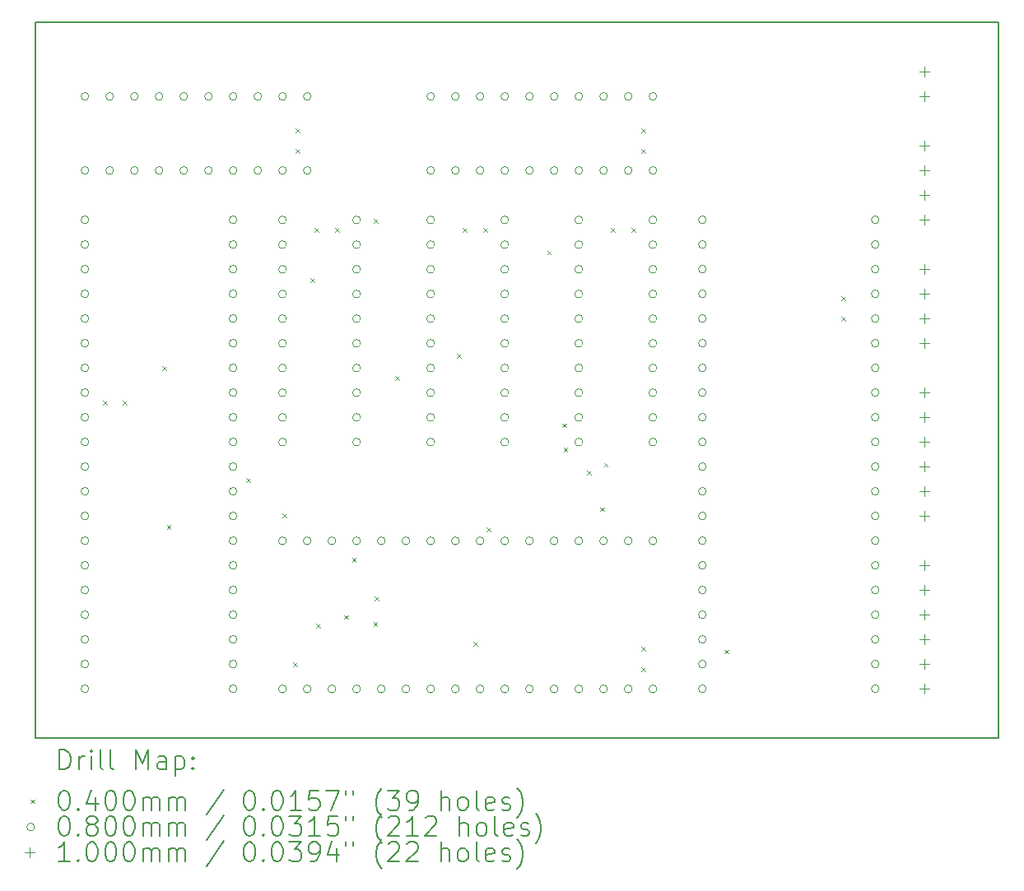
<source format=gbr>
%FSLAX45Y45*%
G04 Gerber Fmt 4.5, Leading zero omitted, Abs format (unit mm)*
G04 Created by KiCad (PCBNEW 6.0.5-a6ca702e91~116~ubuntu20.04.1) date 2022-05-31 08:00:06*
%MOMM*%
%LPD*%
G01*
G04 APERTURE LIST*
%TA.AperFunction,Profile*%
%ADD10C,0.200000*%
%TD*%
%ADD11C,0.200000*%
%ADD12C,0.040000*%
%ADD13C,0.080000*%
%ADD14C,0.100000*%
G04 APERTURE END LIST*
D10*
X11938000Y-8636000D02*
X21844000Y-8636000D01*
X21844000Y-8636000D02*
X21844000Y-16002000D01*
X21844000Y-16002000D02*
X11938000Y-16002000D01*
X11938000Y-16002000D02*
X11938000Y-8636000D01*
D11*
D12*
X12628700Y-12527600D02*
X12668700Y-12567600D01*
X12668700Y-12527600D02*
X12628700Y-12567600D01*
X12831900Y-12527600D02*
X12871900Y-12567600D01*
X12871900Y-12527600D02*
X12831900Y-12567600D01*
X13241650Y-12172000D02*
X13281650Y-12212000D01*
X13281650Y-12172000D02*
X13241650Y-12212000D01*
X13287090Y-13808270D02*
X13327090Y-13848270D01*
X13327090Y-13808270D02*
X13287090Y-13848270D01*
X14104940Y-13324220D02*
X14144940Y-13364220D01*
X14144940Y-13324220D02*
X14104940Y-13364220D01*
X14479160Y-13689960D02*
X14519160Y-13729960D01*
X14519160Y-13689960D02*
X14479160Y-13729960D01*
X14585700Y-15220000D02*
X14625700Y-15260000D01*
X14625700Y-15220000D02*
X14585700Y-15260000D01*
X14610400Y-9729300D02*
X14650400Y-9769300D01*
X14650400Y-9729300D02*
X14610400Y-9769300D01*
X14610400Y-9936800D02*
X14650400Y-9976800D01*
X14650400Y-9936800D02*
X14610400Y-9976800D01*
X14765650Y-11269030D02*
X14805650Y-11309030D01*
X14805650Y-11269030D02*
X14765650Y-11309030D01*
X14809300Y-10750100D02*
X14849300Y-10790100D01*
X14849300Y-10750100D02*
X14809300Y-10790100D01*
X14827380Y-14823480D02*
X14867380Y-14863480D01*
X14867380Y-14823480D02*
X14827380Y-14863480D01*
X15016800Y-10750100D02*
X15056800Y-10790100D01*
X15056800Y-10750100D02*
X15016800Y-10790100D01*
X15111090Y-14735480D02*
X15151090Y-14775480D01*
X15151090Y-14735480D02*
X15111090Y-14775480D01*
X15192910Y-14147730D02*
X15232910Y-14187730D01*
X15232910Y-14147730D02*
X15192910Y-14187730D01*
X15413200Y-14808010D02*
X15453200Y-14848010D01*
X15453200Y-14808010D02*
X15413200Y-14848010D01*
X15414180Y-10660640D02*
X15454180Y-10700640D01*
X15454180Y-10660640D02*
X15414180Y-10700640D01*
X15427270Y-14544070D02*
X15467270Y-14584070D01*
X15467270Y-14544070D02*
X15427270Y-14584070D01*
X15638360Y-12275840D02*
X15678360Y-12315840D01*
X15678360Y-12275840D02*
X15638360Y-12315840D01*
X16273340Y-12045500D02*
X16313340Y-12085500D01*
X16313340Y-12045500D02*
X16273340Y-12085500D01*
X16333300Y-10750100D02*
X16373300Y-10790100D01*
X16373300Y-10750100D02*
X16333300Y-10790100D01*
X16444250Y-15009960D02*
X16484250Y-15049960D01*
X16484250Y-15009960D02*
X16444250Y-15049960D01*
X16540800Y-10750100D02*
X16580800Y-10790100D01*
X16580800Y-10750100D02*
X16540800Y-10790100D01*
X16579850Y-13835070D02*
X16619850Y-13875070D01*
X16619850Y-13835070D02*
X16579850Y-13875070D01*
X17198470Y-10984920D02*
X17238470Y-11024920D01*
X17238470Y-10984920D02*
X17198470Y-11024920D01*
X17355910Y-12763640D02*
X17395910Y-12803640D01*
X17395910Y-12763640D02*
X17355910Y-12803640D01*
X17367720Y-13010860D02*
X17407720Y-13050860D01*
X17407720Y-13010860D02*
X17367720Y-13050860D01*
X17609360Y-13252490D02*
X17649360Y-13292490D01*
X17649360Y-13252490D02*
X17609360Y-13292490D01*
X17742980Y-13627450D02*
X17782980Y-13667450D01*
X17782980Y-13627450D02*
X17742980Y-13667450D01*
X17783260Y-13170150D02*
X17823260Y-13210150D01*
X17823260Y-13170150D02*
X17783260Y-13210150D01*
X17857300Y-10750100D02*
X17897300Y-10790100D01*
X17897300Y-10750100D02*
X17857300Y-10790100D01*
X18064800Y-10750100D02*
X18104800Y-10790100D01*
X18104800Y-10750100D02*
X18064800Y-10790100D01*
X18166397Y-9729300D02*
X18206397Y-9769300D01*
X18206397Y-9729300D02*
X18166397Y-9769300D01*
X18166397Y-9936800D02*
X18206397Y-9976800D01*
X18206397Y-9936800D02*
X18166397Y-9976800D01*
X18166400Y-15063300D02*
X18206400Y-15103300D01*
X18206400Y-15063300D02*
X18166400Y-15103300D01*
X18166400Y-15270800D02*
X18206400Y-15310800D01*
X18206400Y-15270800D02*
X18166400Y-15310800D01*
X19024160Y-15090780D02*
X19064160Y-15130780D01*
X19064160Y-15090780D02*
X19024160Y-15130780D01*
X20223800Y-11456500D02*
X20263800Y-11496500D01*
X20263800Y-11456500D02*
X20223800Y-11496500D01*
X20223800Y-11664000D02*
X20263800Y-11704000D01*
X20263800Y-11664000D02*
X20223800Y-11704000D01*
D13*
X12485500Y-10668000D02*
G75*
G03*
X12485500Y-10668000I-40000J0D01*
G01*
X12485500Y-10922000D02*
G75*
G03*
X12485500Y-10922000I-40000J0D01*
G01*
X12485500Y-11176000D02*
G75*
G03*
X12485500Y-11176000I-40000J0D01*
G01*
X12485500Y-11430000D02*
G75*
G03*
X12485500Y-11430000I-40000J0D01*
G01*
X12485500Y-11684000D02*
G75*
G03*
X12485500Y-11684000I-40000J0D01*
G01*
X12485500Y-11938000D02*
G75*
G03*
X12485500Y-11938000I-40000J0D01*
G01*
X12485500Y-12192000D02*
G75*
G03*
X12485500Y-12192000I-40000J0D01*
G01*
X12485500Y-12446000D02*
G75*
G03*
X12485500Y-12446000I-40000J0D01*
G01*
X12485500Y-12700000D02*
G75*
G03*
X12485500Y-12700000I-40000J0D01*
G01*
X12485500Y-12954000D02*
G75*
G03*
X12485500Y-12954000I-40000J0D01*
G01*
X12485500Y-13208000D02*
G75*
G03*
X12485500Y-13208000I-40000J0D01*
G01*
X12485500Y-13462000D02*
G75*
G03*
X12485500Y-13462000I-40000J0D01*
G01*
X12485500Y-13716000D02*
G75*
G03*
X12485500Y-13716000I-40000J0D01*
G01*
X12485500Y-13970000D02*
G75*
G03*
X12485500Y-13970000I-40000J0D01*
G01*
X12485500Y-14224000D02*
G75*
G03*
X12485500Y-14224000I-40000J0D01*
G01*
X12485500Y-14478000D02*
G75*
G03*
X12485500Y-14478000I-40000J0D01*
G01*
X12485500Y-14732000D02*
G75*
G03*
X12485500Y-14732000I-40000J0D01*
G01*
X12485500Y-14986000D02*
G75*
G03*
X12485500Y-14986000I-40000J0D01*
G01*
X12485500Y-15240000D02*
G75*
G03*
X12485500Y-15240000I-40000J0D01*
G01*
X12485500Y-15494000D02*
G75*
G03*
X12485500Y-15494000I-40000J0D01*
G01*
X12486000Y-9398000D02*
G75*
G03*
X12486000Y-9398000I-40000J0D01*
G01*
X12486000Y-10160000D02*
G75*
G03*
X12486000Y-10160000I-40000J0D01*
G01*
X12740000Y-9398000D02*
G75*
G03*
X12740000Y-9398000I-40000J0D01*
G01*
X12740000Y-10160000D02*
G75*
G03*
X12740000Y-10160000I-40000J0D01*
G01*
X12994000Y-9398000D02*
G75*
G03*
X12994000Y-9398000I-40000J0D01*
G01*
X12994000Y-10160000D02*
G75*
G03*
X12994000Y-10160000I-40000J0D01*
G01*
X13248000Y-9398000D02*
G75*
G03*
X13248000Y-9398000I-40000J0D01*
G01*
X13248000Y-10160000D02*
G75*
G03*
X13248000Y-10160000I-40000J0D01*
G01*
X13502000Y-9398000D02*
G75*
G03*
X13502000Y-9398000I-40000J0D01*
G01*
X13502000Y-10160000D02*
G75*
G03*
X13502000Y-10160000I-40000J0D01*
G01*
X13756000Y-9398000D02*
G75*
G03*
X13756000Y-9398000I-40000J0D01*
G01*
X13756000Y-10160000D02*
G75*
G03*
X13756000Y-10160000I-40000J0D01*
G01*
X14009500Y-10668000D02*
G75*
G03*
X14009500Y-10668000I-40000J0D01*
G01*
X14009500Y-10922000D02*
G75*
G03*
X14009500Y-10922000I-40000J0D01*
G01*
X14009500Y-11176000D02*
G75*
G03*
X14009500Y-11176000I-40000J0D01*
G01*
X14009500Y-11430000D02*
G75*
G03*
X14009500Y-11430000I-40000J0D01*
G01*
X14009500Y-11684000D02*
G75*
G03*
X14009500Y-11684000I-40000J0D01*
G01*
X14009500Y-11938000D02*
G75*
G03*
X14009500Y-11938000I-40000J0D01*
G01*
X14009500Y-12192000D02*
G75*
G03*
X14009500Y-12192000I-40000J0D01*
G01*
X14009500Y-12446000D02*
G75*
G03*
X14009500Y-12446000I-40000J0D01*
G01*
X14009500Y-12700000D02*
G75*
G03*
X14009500Y-12700000I-40000J0D01*
G01*
X14009500Y-12954000D02*
G75*
G03*
X14009500Y-12954000I-40000J0D01*
G01*
X14009500Y-13208000D02*
G75*
G03*
X14009500Y-13208000I-40000J0D01*
G01*
X14009500Y-13462000D02*
G75*
G03*
X14009500Y-13462000I-40000J0D01*
G01*
X14009500Y-13716000D02*
G75*
G03*
X14009500Y-13716000I-40000J0D01*
G01*
X14009500Y-13970000D02*
G75*
G03*
X14009500Y-13970000I-40000J0D01*
G01*
X14009500Y-14224000D02*
G75*
G03*
X14009500Y-14224000I-40000J0D01*
G01*
X14009500Y-14478000D02*
G75*
G03*
X14009500Y-14478000I-40000J0D01*
G01*
X14009500Y-14732000D02*
G75*
G03*
X14009500Y-14732000I-40000J0D01*
G01*
X14009500Y-14986000D02*
G75*
G03*
X14009500Y-14986000I-40000J0D01*
G01*
X14009500Y-15240000D02*
G75*
G03*
X14009500Y-15240000I-40000J0D01*
G01*
X14009500Y-15494000D02*
G75*
G03*
X14009500Y-15494000I-40000J0D01*
G01*
X14010000Y-9398000D02*
G75*
G03*
X14010000Y-9398000I-40000J0D01*
G01*
X14010000Y-10160000D02*
G75*
G03*
X14010000Y-10160000I-40000J0D01*
G01*
X14264000Y-9398000D02*
G75*
G03*
X14264000Y-9398000I-40000J0D01*
G01*
X14264000Y-10160000D02*
G75*
G03*
X14264000Y-10160000I-40000J0D01*
G01*
X14518000Y-9398000D02*
G75*
G03*
X14518000Y-9398000I-40000J0D01*
G01*
X14518000Y-10160000D02*
G75*
G03*
X14518000Y-10160000I-40000J0D01*
G01*
X14518000Y-10668500D02*
G75*
G03*
X14518000Y-10668500I-40000J0D01*
G01*
X14518000Y-10922500D02*
G75*
G03*
X14518000Y-10922500I-40000J0D01*
G01*
X14518000Y-11176500D02*
G75*
G03*
X14518000Y-11176500I-40000J0D01*
G01*
X14518000Y-11430500D02*
G75*
G03*
X14518000Y-11430500I-40000J0D01*
G01*
X14518000Y-11684500D02*
G75*
G03*
X14518000Y-11684500I-40000J0D01*
G01*
X14518000Y-11938500D02*
G75*
G03*
X14518000Y-11938500I-40000J0D01*
G01*
X14518000Y-12192500D02*
G75*
G03*
X14518000Y-12192500I-40000J0D01*
G01*
X14518000Y-12446500D02*
G75*
G03*
X14518000Y-12446500I-40000J0D01*
G01*
X14518000Y-12700500D02*
G75*
G03*
X14518000Y-12700500I-40000J0D01*
G01*
X14518000Y-12954500D02*
G75*
G03*
X14518000Y-12954500I-40000J0D01*
G01*
X14518000Y-13972000D02*
G75*
G03*
X14518000Y-13972000I-40000J0D01*
G01*
X14518000Y-15496000D02*
G75*
G03*
X14518000Y-15496000I-40000J0D01*
G01*
X14772000Y-9398000D02*
G75*
G03*
X14772000Y-9398000I-40000J0D01*
G01*
X14772000Y-10160000D02*
G75*
G03*
X14772000Y-10160000I-40000J0D01*
G01*
X14772000Y-13972000D02*
G75*
G03*
X14772000Y-13972000I-40000J0D01*
G01*
X14772000Y-15496000D02*
G75*
G03*
X14772000Y-15496000I-40000J0D01*
G01*
X15026000Y-13972000D02*
G75*
G03*
X15026000Y-13972000I-40000J0D01*
G01*
X15026000Y-15496000D02*
G75*
G03*
X15026000Y-15496000I-40000J0D01*
G01*
X15280000Y-10668500D02*
G75*
G03*
X15280000Y-10668500I-40000J0D01*
G01*
X15280000Y-10922500D02*
G75*
G03*
X15280000Y-10922500I-40000J0D01*
G01*
X15280000Y-11176500D02*
G75*
G03*
X15280000Y-11176500I-40000J0D01*
G01*
X15280000Y-11430500D02*
G75*
G03*
X15280000Y-11430500I-40000J0D01*
G01*
X15280000Y-11684500D02*
G75*
G03*
X15280000Y-11684500I-40000J0D01*
G01*
X15280000Y-11938500D02*
G75*
G03*
X15280000Y-11938500I-40000J0D01*
G01*
X15280000Y-12192500D02*
G75*
G03*
X15280000Y-12192500I-40000J0D01*
G01*
X15280000Y-12446500D02*
G75*
G03*
X15280000Y-12446500I-40000J0D01*
G01*
X15280000Y-12700500D02*
G75*
G03*
X15280000Y-12700500I-40000J0D01*
G01*
X15280000Y-12954500D02*
G75*
G03*
X15280000Y-12954500I-40000J0D01*
G01*
X15280000Y-13972000D02*
G75*
G03*
X15280000Y-13972000I-40000J0D01*
G01*
X15280000Y-15496000D02*
G75*
G03*
X15280000Y-15496000I-40000J0D01*
G01*
X15534000Y-13972000D02*
G75*
G03*
X15534000Y-13972000I-40000J0D01*
G01*
X15534000Y-15496000D02*
G75*
G03*
X15534000Y-15496000I-40000J0D01*
G01*
X15788000Y-13972000D02*
G75*
G03*
X15788000Y-13972000I-40000J0D01*
G01*
X15788000Y-15496000D02*
G75*
G03*
X15788000Y-15496000I-40000J0D01*
G01*
X16042000Y-9398000D02*
G75*
G03*
X16042000Y-9398000I-40000J0D01*
G01*
X16042000Y-10160000D02*
G75*
G03*
X16042000Y-10160000I-40000J0D01*
G01*
X16042000Y-10668500D02*
G75*
G03*
X16042000Y-10668500I-40000J0D01*
G01*
X16042000Y-10922500D02*
G75*
G03*
X16042000Y-10922500I-40000J0D01*
G01*
X16042000Y-11176500D02*
G75*
G03*
X16042000Y-11176500I-40000J0D01*
G01*
X16042000Y-11430500D02*
G75*
G03*
X16042000Y-11430500I-40000J0D01*
G01*
X16042000Y-11684500D02*
G75*
G03*
X16042000Y-11684500I-40000J0D01*
G01*
X16042000Y-11938500D02*
G75*
G03*
X16042000Y-11938500I-40000J0D01*
G01*
X16042000Y-12192500D02*
G75*
G03*
X16042000Y-12192500I-40000J0D01*
G01*
X16042000Y-12446500D02*
G75*
G03*
X16042000Y-12446500I-40000J0D01*
G01*
X16042000Y-12700500D02*
G75*
G03*
X16042000Y-12700500I-40000J0D01*
G01*
X16042000Y-12954500D02*
G75*
G03*
X16042000Y-12954500I-40000J0D01*
G01*
X16042000Y-13972000D02*
G75*
G03*
X16042000Y-13972000I-40000J0D01*
G01*
X16042000Y-15496000D02*
G75*
G03*
X16042000Y-15496000I-40000J0D01*
G01*
X16296000Y-9398000D02*
G75*
G03*
X16296000Y-9398000I-40000J0D01*
G01*
X16296000Y-10160000D02*
G75*
G03*
X16296000Y-10160000I-40000J0D01*
G01*
X16296000Y-13972000D02*
G75*
G03*
X16296000Y-13972000I-40000J0D01*
G01*
X16296000Y-15496000D02*
G75*
G03*
X16296000Y-15496000I-40000J0D01*
G01*
X16550000Y-9398000D02*
G75*
G03*
X16550000Y-9398000I-40000J0D01*
G01*
X16550000Y-10160000D02*
G75*
G03*
X16550000Y-10160000I-40000J0D01*
G01*
X16550000Y-13972000D02*
G75*
G03*
X16550000Y-13972000I-40000J0D01*
G01*
X16550000Y-15496000D02*
G75*
G03*
X16550000Y-15496000I-40000J0D01*
G01*
X16804000Y-9398000D02*
G75*
G03*
X16804000Y-9398000I-40000J0D01*
G01*
X16804000Y-10160000D02*
G75*
G03*
X16804000Y-10160000I-40000J0D01*
G01*
X16804000Y-10668500D02*
G75*
G03*
X16804000Y-10668500I-40000J0D01*
G01*
X16804000Y-10922500D02*
G75*
G03*
X16804000Y-10922500I-40000J0D01*
G01*
X16804000Y-11176500D02*
G75*
G03*
X16804000Y-11176500I-40000J0D01*
G01*
X16804000Y-11430500D02*
G75*
G03*
X16804000Y-11430500I-40000J0D01*
G01*
X16804000Y-11684500D02*
G75*
G03*
X16804000Y-11684500I-40000J0D01*
G01*
X16804000Y-11938500D02*
G75*
G03*
X16804000Y-11938500I-40000J0D01*
G01*
X16804000Y-12192500D02*
G75*
G03*
X16804000Y-12192500I-40000J0D01*
G01*
X16804000Y-12446500D02*
G75*
G03*
X16804000Y-12446500I-40000J0D01*
G01*
X16804000Y-12700500D02*
G75*
G03*
X16804000Y-12700500I-40000J0D01*
G01*
X16804000Y-12954500D02*
G75*
G03*
X16804000Y-12954500I-40000J0D01*
G01*
X16804000Y-13972000D02*
G75*
G03*
X16804000Y-13972000I-40000J0D01*
G01*
X16804000Y-15496000D02*
G75*
G03*
X16804000Y-15496000I-40000J0D01*
G01*
X17058000Y-9398000D02*
G75*
G03*
X17058000Y-9398000I-40000J0D01*
G01*
X17058000Y-10160000D02*
G75*
G03*
X17058000Y-10160000I-40000J0D01*
G01*
X17058000Y-13972000D02*
G75*
G03*
X17058000Y-13972000I-40000J0D01*
G01*
X17058000Y-15496000D02*
G75*
G03*
X17058000Y-15496000I-40000J0D01*
G01*
X17312000Y-9398000D02*
G75*
G03*
X17312000Y-9398000I-40000J0D01*
G01*
X17312000Y-10160000D02*
G75*
G03*
X17312000Y-10160000I-40000J0D01*
G01*
X17312000Y-13972000D02*
G75*
G03*
X17312000Y-13972000I-40000J0D01*
G01*
X17312000Y-15496000D02*
G75*
G03*
X17312000Y-15496000I-40000J0D01*
G01*
X17566000Y-9398000D02*
G75*
G03*
X17566000Y-9398000I-40000J0D01*
G01*
X17566000Y-10160000D02*
G75*
G03*
X17566000Y-10160000I-40000J0D01*
G01*
X17566000Y-10668500D02*
G75*
G03*
X17566000Y-10668500I-40000J0D01*
G01*
X17566000Y-10922500D02*
G75*
G03*
X17566000Y-10922500I-40000J0D01*
G01*
X17566000Y-11176500D02*
G75*
G03*
X17566000Y-11176500I-40000J0D01*
G01*
X17566000Y-11430500D02*
G75*
G03*
X17566000Y-11430500I-40000J0D01*
G01*
X17566000Y-11684500D02*
G75*
G03*
X17566000Y-11684500I-40000J0D01*
G01*
X17566000Y-11938500D02*
G75*
G03*
X17566000Y-11938500I-40000J0D01*
G01*
X17566000Y-12192500D02*
G75*
G03*
X17566000Y-12192500I-40000J0D01*
G01*
X17566000Y-12446500D02*
G75*
G03*
X17566000Y-12446500I-40000J0D01*
G01*
X17566000Y-12700500D02*
G75*
G03*
X17566000Y-12700500I-40000J0D01*
G01*
X17566000Y-12954500D02*
G75*
G03*
X17566000Y-12954500I-40000J0D01*
G01*
X17566000Y-13972000D02*
G75*
G03*
X17566000Y-13972000I-40000J0D01*
G01*
X17566000Y-15496000D02*
G75*
G03*
X17566000Y-15496000I-40000J0D01*
G01*
X17820000Y-9398000D02*
G75*
G03*
X17820000Y-9398000I-40000J0D01*
G01*
X17820000Y-10160000D02*
G75*
G03*
X17820000Y-10160000I-40000J0D01*
G01*
X17820000Y-13972000D02*
G75*
G03*
X17820000Y-13972000I-40000J0D01*
G01*
X17820000Y-15496000D02*
G75*
G03*
X17820000Y-15496000I-40000J0D01*
G01*
X18074000Y-9398000D02*
G75*
G03*
X18074000Y-9398000I-40000J0D01*
G01*
X18074000Y-10160000D02*
G75*
G03*
X18074000Y-10160000I-40000J0D01*
G01*
X18074000Y-13972000D02*
G75*
G03*
X18074000Y-13972000I-40000J0D01*
G01*
X18074000Y-15496000D02*
G75*
G03*
X18074000Y-15496000I-40000J0D01*
G01*
X18328000Y-9398000D02*
G75*
G03*
X18328000Y-9398000I-40000J0D01*
G01*
X18328000Y-10160000D02*
G75*
G03*
X18328000Y-10160000I-40000J0D01*
G01*
X18328000Y-10668500D02*
G75*
G03*
X18328000Y-10668500I-40000J0D01*
G01*
X18328000Y-10922500D02*
G75*
G03*
X18328000Y-10922500I-40000J0D01*
G01*
X18328000Y-11176500D02*
G75*
G03*
X18328000Y-11176500I-40000J0D01*
G01*
X18328000Y-11430500D02*
G75*
G03*
X18328000Y-11430500I-40000J0D01*
G01*
X18328000Y-11684500D02*
G75*
G03*
X18328000Y-11684500I-40000J0D01*
G01*
X18328000Y-11938500D02*
G75*
G03*
X18328000Y-11938500I-40000J0D01*
G01*
X18328000Y-12192500D02*
G75*
G03*
X18328000Y-12192500I-40000J0D01*
G01*
X18328000Y-12446500D02*
G75*
G03*
X18328000Y-12446500I-40000J0D01*
G01*
X18328000Y-12700500D02*
G75*
G03*
X18328000Y-12700500I-40000J0D01*
G01*
X18328000Y-12954500D02*
G75*
G03*
X18328000Y-12954500I-40000J0D01*
G01*
X18328000Y-13972000D02*
G75*
G03*
X18328000Y-13972000I-40000J0D01*
G01*
X18328000Y-15496000D02*
G75*
G03*
X18328000Y-15496000I-40000J0D01*
G01*
X18836000Y-10668000D02*
G75*
G03*
X18836000Y-10668000I-40000J0D01*
G01*
X18836000Y-10922000D02*
G75*
G03*
X18836000Y-10922000I-40000J0D01*
G01*
X18836000Y-11176000D02*
G75*
G03*
X18836000Y-11176000I-40000J0D01*
G01*
X18836000Y-11430000D02*
G75*
G03*
X18836000Y-11430000I-40000J0D01*
G01*
X18836000Y-11684000D02*
G75*
G03*
X18836000Y-11684000I-40000J0D01*
G01*
X18836000Y-11938000D02*
G75*
G03*
X18836000Y-11938000I-40000J0D01*
G01*
X18836000Y-12192000D02*
G75*
G03*
X18836000Y-12192000I-40000J0D01*
G01*
X18836000Y-12446000D02*
G75*
G03*
X18836000Y-12446000I-40000J0D01*
G01*
X18836000Y-12700000D02*
G75*
G03*
X18836000Y-12700000I-40000J0D01*
G01*
X18836000Y-12954000D02*
G75*
G03*
X18836000Y-12954000I-40000J0D01*
G01*
X18836000Y-13208000D02*
G75*
G03*
X18836000Y-13208000I-40000J0D01*
G01*
X18836000Y-13462000D02*
G75*
G03*
X18836000Y-13462000I-40000J0D01*
G01*
X18836000Y-13716000D02*
G75*
G03*
X18836000Y-13716000I-40000J0D01*
G01*
X18836000Y-13970000D02*
G75*
G03*
X18836000Y-13970000I-40000J0D01*
G01*
X18836000Y-14224000D02*
G75*
G03*
X18836000Y-14224000I-40000J0D01*
G01*
X18836000Y-14478000D02*
G75*
G03*
X18836000Y-14478000I-40000J0D01*
G01*
X18836000Y-14732000D02*
G75*
G03*
X18836000Y-14732000I-40000J0D01*
G01*
X18836000Y-14986000D02*
G75*
G03*
X18836000Y-14986000I-40000J0D01*
G01*
X18836000Y-15240000D02*
G75*
G03*
X18836000Y-15240000I-40000J0D01*
G01*
X18836000Y-15494000D02*
G75*
G03*
X18836000Y-15494000I-40000J0D01*
G01*
X20614000Y-10668000D02*
G75*
G03*
X20614000Y-10668000I-40000J0D01*
G01*
X20614000Y-10922000D02*
G75*
G03*
X20614000Y-10922000I-40000J0D01*
G01*
X20614000Y-11176000D02*
G75*
G03*
X20614000Y-11176000I-40000J0D01*
G01*
X20614000Y-11430000D02*
G75*
G03*
X20614000Y-11430000I-40000J0D01*
G01*
X20614000Y-11684000D02*
G75*
G03*
X20614000Y-11684000I-40000J0D01*
G01*
X20614000Y-11938000D02*
G75*
G03*
X20614000Y-11938000I-40000J0D01*
G01*
X20614000Y-12192000D02*
G75*
G03*
X20614000Y-12192000I-40000J0D01*
G01*
X20614000Y-12446000D02*
G75*
G03*
X20614000Y-12446000I-40000J0D01*
G01*
X20614000Y-12700000D02*
G75*
G03*
X20614000Y-12700000I-40000J0D01*
G01*
X20614000Y-12954000D02*
G75*
G03*
X20614000Y-12954000I-40000J0D01*
G01*
X20614000Y-13208000D02*
G75*
G03*
X20614000Y-13208000I-40000J0D01*
G01*
X20614000Y-13462000D02*
G75*
G03*
X20614000Y-13462000I-40000J0D01*
G01*
X20614000Y-13716000D02*
G75*
G03*
X20614000Y-13716000I-40000J0D01*
G01*
X20614000Y-13970000D02*
G75*
G03*
X20614000Y-13970000I-40000J0D01*
G01*
X20614000Y-14224000D02*
G75*
G03*
X20614000Y-14224000I-40000J0D01*
G01*
X20614000Y-14478000D02*
G75*
G03*
X20614000Y-14478000I-40000J0D01*
G01*
X20614000Y-14732000D02*
G75*
G03*
X20614000Y-14732000I-40000J0D01*
G01*
X20614000Y-14986000D02*
G75*
G03*
X20614000Y-14986000I-40000J0D01*
G01*
X20614000Y-15240000D02*
G75*
G03*
X20614000Y-15240000I-40000J0D01*
G01*
X20614000Y-15494000D02*
G75*
G03*
X20614000Y-15494000I-40000J0D01*
G01*
D14*
X21082000Y-9094000D02*
X21082000Y-9194000D01*
X21032000Y-9144000D02*
X21132000Y-9144000D01*
X21082000Y-9348000D02*
X21082000Y-9448000D01*
X21032000Y-9398000D02*
X21132000Y-9398000D01*
X21082000Y-9856000D02*
X21082000Y-9956000D01*
X21032000Y-9906000D02*
X21132000Y-9906000D01*
X21082000Y-10110000D02*
X21082000Y-10210000D01*
X21032000Y-10160000D02*
X21132000Y-10160000D01*
X21082000Y-10364000D02*
X21082000Y-10464000D01*
X21032000Y-10414000D02*
X21132000Y-10414000D01*
X21082000Y-10618000D02*
X21082000Y-10718000D01*
X21032000Y-10668000D02*
X21132000Y-10668000D01*
X21082000Y-11126000D02*
X21082000Y-11226000D01*
X21032000Y-11176000D02*
X21132000Y-11176000D01*
X21082000Y-11380000D02*
X21082000Y-11480000D01*
X21032000Y-11430000D02*
X21132000Y-11430000D01*
X21082000Y-11634000D02*
X21082000Y-11734000D01*
X21032000Y-11684000D02*
X21132000Y-11684000D01*
X21082000Y-11888000D02*
X21082000Y-11988000D01*
X21032000Y-11938000D02*
X21132000Y-11938000D01*
X21082000Y-12396000D02*
X21082000Y-12496000D01*
X21032000Y-12446000D02*
X21132000Y-12446000D01*
X21082000Y-12650000D02*
X21082000Y-12750000D01*
X21032000Y-12700000D02*
X21132000Y-12700000D01*
X21082000Y-12904000D02*
X21082000Y-13004000D01*
X21032000Y-12954000D02*
X21132000Y-12954000D01*
X21082000Y-13158000D02*
X21082000Y-13258000D01*
X21032000Y-13208000D02*
X21132000Y-13208000D01*
X21082000Y-13412000D02*
X21082000Y-13512000D01*
X21032000Y-13462000D02*
X21132000Y-13462000D01*
X21082000Y-13666000D02*
X21082000Y-13766000D01*
X21032000Y-13716000D02*
X21132000Y-13716000D01*
X21082000Y-14174000D02*
X21082000Y-14274000D01*
X21032000Y-14224000D02*
X21132000Y-14224000D01*
X21082000Y-14428000D02*
X21082000Y-14528000D01*
X21032000Y-14478000D02*
X21132000Y-14478000D01*
X21082000Y-14682000D02*
X21082000Y-14782000D01*
X21032000Y-14732000D02*
X21132000Y-14732000D01*
X21082000Y-14936000D02*
X21082000Y-15036000D01*
X21032000Y-14986000D02*
X21132000Y-14986000D01*
X21082000Y-15190000D02*
X21082000Y-15290000D01*
X21032000Y-15240000D02*
X21132000Y-15240000D01*
X21082000Y-15444000D02*
X21082000Y-15544000D01*
X21032000Y-15494000D02*
X21132000Y-15494000D01*
D11*
X12185619Y-16322476D02*
X12185619Y-16122476D01*
X12233238Y-16122476D01*
X12261809Y-16132000D01*
X12280857Y-16151048D01*
X12290381Y-16170095D01*
X12299905Y-16208190D01*
X12299905Y-16236762D01*
X12290381Y-16274857D01*
X12280857Y-16293905D01*
X12261809Y-16312952D01*
X12233238Y-16322476D01*
X12185619Y-16322476D01*
X12385619Y-16322476D02*
X12385619Y-16189143D01*
X12385619Y-16227238D02*
X12395143Y-16208190D01*
X12404667Y-16198667D01*
X12423714Y-16189143D01*
X12442762Y-16189143D01*
X12509428Y-16322476D02*
X12509428Y-16189143D01*
X12509428Y-16122476D02*
X12499905Y-16132000D01*
X12509428Y-16141524D01*
X12518952Y-16132000D01*
X12509428Y-16122476D01*
X12509428Y-16141524D01*
X12633238Y-16322476D02*
X12614190Y-16312952D01*
X12604667Y-16293905D01*
X12604667Y-16122476D01*
X12738000Y-16322476D02*
X12718952Y-16312952D01*
X12709428Y-16293905D01*
X12709428Y-16122476D01*
X12966571Y-16322476D02*
X12966571Y-16122476D01*
X13033238Y-16265333D01*
X13099905Y-16122476D01*
X13099905Y-16322476D01*
X13280857Y-16322476D02*
X13280857Y-16217714D01*
X13271333Y-16198667D01*
X13252286Y-16189143D01*
X13214190Y-16189143D01*
X13195143Y-16198667D01*
X13280857Y-16312952D02*
X13261809Y-16322476D01*
X13214190Y-16322476D01*
X13195143Y-16312952D01*
X13185619Y-16293905D01*
X13185619Y-16274857D01*
X13195143Y-16255809D01*
X13214190Y-16246286D01*
X13261809Y-16246286D01*
X13280857Y-16236762D01*
X13376095Y-16189143D02*
X13376095Y-16389143D01*
X13376095Y-16198667D02*
X13395143Y-16189143D01*
X13433238Y-16189143D01*
X13452286Y-16198667D01*
X13461809Y-16208190D01*
X13471333Y-16227238D01*
X13471333Y-16284381D01*
X13461809Y-16303428D01*
X13452286Y-16312952D01*
X13433238Y-16322476D01*
X13395143Y-16322476D01*
X13376095Y-16312952D01*
X13557048Y-16303428D02*
X13566571Y-16312952D01*
X13557048Y-16322476D01*
X13547524Y-16312952D01*
X13557048Y-16303428D01*
X13557048Y-16322476D01*
X13557048Y-16198667D02*
X13566571Y-16208190D01*
X13557048Y-16217714D01*
X13547524Y-16208190D01*
X13557048Y-16198667D01*
X13557048Y-16217714D01*
D12*
X11888000Y-16632000D02*
X11928000Y-16672000D01*
X11928000Y-16632000D02*
X11888000Y-16672000D01*
D11*
X12223714Y-16542476D02*
X12242762Y-16542476D01*
X12261809Y-16552000D01*
X12271333Y-16561524D01*
X12280857Y-16580571D01*
X12290381Y-16618667D01*
X12290381Y-16666286D01*
X12280857Y-16704381D01*
X12271333Y-16723428D01*
X12261809Y-16732952D01*
X12242762Y-16742476D01*
X12223714Y-16742476D01*
X12204667Y-16732952D01*
X12195143Y-16723428D01*
X12185619Y-16704381D01*
X12176095Y-16666286D01*
X12176095Y-16618667D01*
X12185619Y-16580571D01*
X12195143Y-16561524D01*
X12204667Y-16552000D01*
X12223714Y-16542476D01*
X12376095Y-16723428D02*
X12385619Y-16732952D01*
X12376095Y-16742476D01*
X12366571Y-16732952D01*
X12376095Y-16723428D01*
X12376095Y-16742476D01*
X12557048Y-16609143D02*
X12557048Y-16742476D01*
X12509428Y-16532952D02*
X12461809Y-16675809D01*
X12585619Y-16675809D01*
X12699905Y-16542476D02*
X12718952Y-16542476D01*
X12738000Y-16552000D01*
X12747524Y-16561524D01*
X12757048Y-16580571D01*
X12766571Y-16618667D01*
X12766571Y-16666286D01*
X12757048Y-16704381D01*
X12747524Y-16723428D01*
X12738000Y-16732952D01*
X12718952Y-16742476D01*
X12699905Y-16742476D01*
X12680857Y-16732952D01*
X12671333Y-16723428D01*
X12661809Y-16704381D01*
X12652286Y-16666286D01*
X12652286Y-16618667D01*
X12661809Y-16580571D01*
X12671333Y-16561524D01*
X12680857Y-16552000D01*
X12699905Y-16542476D01*
X12890381Y-16542476D02*
X12909428Y-16542476D01*
X12928476Y-16552000D01*
X12938000Y-16561524D01*
X12947524Y-16580571D01*
X12957048Y-16618667D01*
X12957048Y-16666286D01*
X12947524Y-16704381D01*
X12938000Y-16723428D01*
X12928476Y-16732952D01*
X12909428Y-16742476D01*
X12890381Y-16742476D01*
X12871333Y-16732952D01*
X12861809Y-16723428D01*
X12852286Y-16704381D01*
X12842762Y-16666286D01*
X12842762Y-16618667D01*
X12852286Y-16580571D01*
X12861809Y-16561524D01*
X12871333Y-16552000D01*
X12890381Y-16542476D01*
X13042762Y-16742476D02*
X13042762Y-16609143D01*
X13042762Y-16628190D02*
X13052286Y-16618667D01*
X13071333Y-16609143D01*
X13099905Y-16609143D01*
X13118952Y-16618667D01*
X13128476Y-16637714D01*
X13128476Y-16742476D01*
X13128476Y-16637714D02*
X13138000Y-16618667D01*
X13157048Y-16609143D01*
X13185619Y-16609143D01*
X13204667Y-16618667D01*
X13214190Y-16637714D01*
X13214190Y-16742476D01*
X13309428Y-16742476D02*
X13309428Y-16609143D01*
X13309428Y-16628190D02*
X13318952Y-16618667D01*
X13338000Y-16609143D01*
X13366571Y-16609143D01*
X13385619Y-16618667D01*
X13395143Y-16637714D01*
X13395143Y-16742476D01*
X13395143Y-16637714D02*
X13404667Y-16618667D01*
X13423714Y-16609143D01*
X13452286Y-16609143D01*
X13471333Y-16618667D01*
X13480857Y-16637714D01*
X13480857Y-16742476D01*
X13871333Y-16532952D02*
X13699905Y-16790095D01*
X14128476Y-16542476D02*
X14147524Y-16542476D01*
X14166571Y-16552000D01*
X14176095Y-16561524D01*
X14185619Y-16580571D01*
X14195143Y-16618667D01*
X14195143Y-16666286D01*
X14185619Y-16704381D01*
X14176095Y-16723428D01*
X14166571Y-16732952D01*
X14147524Y-16742476D01*
X14128476Y-16742476D01*
X14109428Y-16732952D01*
X14099905Y-16723428D01*
X14090381Y-16704381D01*
X14080857Y-16666286D01*
X14080857Y-16618667D01*
X14090381Y-16580571D01*
X14099905Y-16561524D01*
X14109428Y-16552000D01*
X14128476Y-16542476D01*
X14280857Y-16723428D02*
X14290381Y-16732952D01*
X14280857Y-16742476D01*
X14271333Y-16732952D01*
X14280857Y-16723428D01*
X14280857Y-16742476D01*
X14414190Y-16542476D02*
X14433238Y-16542476D01*
X14452286Y-16552000D01*
X14461809Y-16561524D01*
X14471333Y-16580571D01*
X14480857Y-16618667D01*
X14480857Y-16666286D01*
X14471333Y-16704381D01*
X14461809Y-16723428D01*
X14452286Y-16732952D01*
X14433238Y-16742476D01*
X14414190Y-16742476D01*
X14395143Y-16732952D01*
X14385619Y-16723428D01*
X14376095Y-16704381D01*
X14366571Y-16666286D01*
X14366571Y-16618667D01*
X14376095Y-16580571D01*
X14385619Y-16561524D01*
X14395143Y-16552000D01*
X14414190Y-16542476D01*
X14671333Y-16742476D02*
X14557048Y-16742476D01*
X14614190Y-16742476D02*
X14614190Y-16542476D01*
X14595143Y-16571048D01*
X14576095Y-16590095D01*
X14557048Y-16599619D01*
X14852286Y-16542476D02*
X14757048Y-16542476D01*
X14747524Y-16637714D01*
X14757048Y-16628190D01*
X14776095Y-16618667D01*
X14823714Y-16618667D01*
X14842762Y-16628190D01*
X14852286Y-16637714D01*
X14861809Y-16656762D01*
X14861809Y-16704381D01*
X14852286Y-16723428D01*
X14842762Y-16732952D01*
X14823714Y-16742476D01*
X14776095Y-16742476D01*
X14757048Y-16732952D01*
X14747524Y-16723428D01*
X14928476Y-16542476D02*
X15061809Y-16542476D01*
X14976095Y-16742476D01*
X15128476Y-16542476D02*
X15128476Y-16580571D01*
X15204667Y-16542476D02*
X15204667Y-16580571D01*
X15499905Y-16818667D02*
X15490381Y-16809143D01*
X15471333Y-16780571D01*
X15461809Y-16761524D01*
X15452286Y-16732952D01*
X15442762Y-16685333D01*
X15442762Y-16647238D01*
X15452286Y-16599619D01*
X15461809Y-16571048D01*
X15471333Y-16552000D01*
X15490381Y-16523428D01*
X15499905Y-16513905D01*
X15557048Y-16542476D02*
X15680857Y-16542476D01*
X15614190Y-16618667D01*
X15642762Y-16618667D01*
X15661809Y-16628190D01*
X15671333Y-16637714D01*
X15680857Y-16656762D01*
X15680857Y-16704381D01*
X15671333Y-16723428D01*
X15661809Y-16732952D01*
X15642762Y-16742476D01*
X15585619Y-16742476D01*
X15566571Y-16732952D01*
X15557048Y-16723428D01*
X15776095Y-16742476D02*
X15814190Y-16742476D01*
X15833238Y-16732952D01*
X15842762Y-16723428D01*
X15861809Y-16694857D01*
X15871333Y-16656762D01*
X15871333Y-16580571D01*
X15861809Y-16561524D01*
X15852286Y-16552000D01*
X15833238Y-16542476D01*
X15795143Y-16542476D01*
X15776095Y-16552000D01*
X15766571Y-16561524D01*
X15757048Y-16580571D01*
X15757048Y-16628190D01*
X15766571Y-16647238D01*
X15776095Y-16656762D01*
X15795143Y-16666286D01*
X15833238Y-16666286D01*
X15852286Y-16656762D01*
X15861809Y-16647238D01*
X15871333Y-16628190D01*
X16109428Y-16742476D02*
X16109428Y-16542476D01*
X16195143Y-16742476D02*
X16195143Y-16637714D01*
X16185619Y-16618667D01*
X16166571Y-16609143D01*
X16138000Y-16609143D01*
X16118952Y-16618667D01*
X16109428Y-16628190D01*
X16318952Y-16742476D02*
X16299905Y-16732952D01*
X16290381Y-16723428D01*
X16280857Y-16704381D01*
X16280857Y-16647238D01*
X16290381Y-16628190D01*
X16299905Y-16618667D01*
X16318952Y-16609143D01*
X16347524Y-16609143D01*
X16366571Y-16618667D01*
X16376095Y-16628190D01*
X16385619Y-16647238D01*
X16385619Y-16704381D01*
X16376095Y-16723428D01*
X16366571Y-16732952D01*
X16347524Y-16742476D01*
X16318952Y-16742476D01*
X16499905Y-16742476D02*
X16480857Y-16732952D01*
X16471333Y-16713905D01*
X16471333Y-16542476D01*
X16652286Y-16732952D02*
X16633238Y-16742476D01*
X16595143Y-16742476D01*
X16576095Y-16732952D01*
X16566571Y-16713905D01*
X16566571Y-16637714D01*
X16576095Y-16618667D01*
X16595143Y-16609143D01*
X16633238Y-16609143D01*
X16652286Y-16618667D01*
X16661809Y-16637714D01*
X16661809Y-16656762D01*
X16566571Y-16675809D01*
X16738000Y-16732952D02*
X16757048Y-16742476D01*
X16795143Y-16742476D01*
X16814190Y-16732952D01*
X16823714Y-16713905D01*
X16823714Y-16704381D01*
X16814190Y-16685333D01*
X16795143Y-16675809D01*
X16766571Y-16675809D01*
X16747524Y-16666286D01*
X16738000Y-16647238D01*
X16738000Y-16637714D01*
X16747524Y-16618667D01*
X16766571Y-16609143D01*
X16795143Y-16609143D01*
X16814190Y-16618667D01*
X16890381Y-16818667D02*
X16899905Y-16809143D01*
X16918952Y-16780571D01*
X16928476Y-16761524D01*
X16938000Y-16732952D01*
X16947524Y-16685333D01*
X16947524Y-16647238D01*
X16938000Y-16599619D01*
X16928476Y-16571048D01*
X16918952Y-16552000D01*
X16899905Y-16523428D01*
X16890381Y-16513905D01*
D13*
X11928000Y-16916000D02*
G75*
G03*
X11928000Y-16916000I-40000J0D01*
G01*
D11*
X12223714Y-16806476D02*
X12242762Y-16806476D01*
X12261809Y-16816000D01*
X12271333Y-16825524D01*
X12280857Y-16844571D01*
X12290381Y-16882667D01*
X12290381Y-16930286D01*
X12280857Y-16968381D01*
X12271333Y-16987429D01*
X12261809Y-16996952D01*
X12242762Y-17006476D01*
X12223714Y-17006476D01*
X12204667Y-16996952D01*
X12195143Y-16987429D01*
X12185619Y-16968381D01*
X12176095Y-16930286D01*
X12176095Y-16882667D01*
X12185619Y-16844571D01*
X12195143Y-16825524D01*
X12204667Y-16816000D01*
X12223714Y-16806476D01*
X12376095Y-16987429D02*
X12385619Y-16996952D01*
X12376095Y-17006476D01*
X12366571Y-16996952D01*
X12376095Y-16987429D01*
X12376095Y-17006476D01*
X12499905Y-16892190D02*
X12480857Y-16882667D01*
X12471333Y-16873143D01*
X12461809Y-16854095D01*
X12461809Y-16844571D01*
X12471333Y-16825524D01*
X12480857Y-16816000D01*
X12499905Y-16806476D01*
X12538000Y-16806476D01*
X12557048Y-16816000D01*
X12566571Y-16825524D01*
X12576095Y-16844571D01*
X12576095Y-16854095D01*
X12566571Y-16873143D01*
X12557048Y-16882667D01*
X12538000Y-16892190D01*
X12499905Y-16892190D01*
X12480857Y-16901714D01*
X12471333Y-16911238D01*
X12461809Y-16930286D01*
X12461809Y-16968381D01*
X12471333Y-16987429D01*
X12480857Y-16996952D01*
X12499905Y-17006476D01*
X12538000Y-17006476D01*
X12557048Y-16996952D01*
X12566571Y-16987429D01*
X12576095Y-16968381D01*
X12576095Y-16930286D01*
X12566571Y-16911238D01*
X12557048Y-16901714D01*
X12538000Y-16892190D01*
X12699905Y-16806476D02*
X12718952Y-16806476D01*
X12738000Y-16816000D01*
X12747524Y-16825524D01*
X12757048Y-16844571D01*
X12766571Y-16882667D01*
X12766571Y-16930286D01*
X12757048Y-16968381D01*
X12747524Y-16987429D01*
X12738000Y-16996952D01*
X12718952Y-17006476D01*
X12699905Y-17006476D01*
X12680857Y-16996952D01*
X12671333Y-16987429D01*
X12661809Y-16968381D01*
X12652286Y-16930286D01*
X12652286Y-16882667D01*
X12661809Y-16844571D01*
X12671333Y-16825524D01*
X12680857Y-16816000D01*
X12699905Y-16806476D01*
X12890381Y-16806476D02*
X12909428Y-16806476D01*
X12928476Y-16816000D01*
X12938000Y-16825524D01*
X12947524Y-16844571D01*
X12957048Y-16882667D01*
X12957048Y-16930286D01*
X12947524Y-16968381D01*
X12938000Y-16987429D01*
X12928476Y-16996952D01*
X12909428Y-17006476D01*
X12890381Y-17006476D01*
X12871333Y-16996952D01*
X12861809Y-16987429D01*
X12852286Y-16968381D01*
X12842762Y-16930286D01*
X12842762Y-16882667D01*
X12852286Y-16844571D01*
X12861809Y-16825524D01*
X12871333Y-16816000D01*
X12890381Y-16806476D01*
X13042762Y-17006476D02*
X13042762Y-16873143D01*
X13042762Y-16892190D02*
X13052286Y-16882667D01*
X13071333Y-16873143D01*
X13099905Y-16873143D01*
X13118952Y-16882667D01*
X13128476Y-16901714D01*
X13128476Y-17006476D01*
X13128476Y-16901714D02*
X13138000Y-16882667D01*
X13157048Y-16873143D01*
X13185619Y-16873143D01*
X13204667Y-16882667D01*
X13214190Y-16901714D01*
X13214190Y-17006476D01*
X13309428Y-17006476D02*
X13309428Y-16873143D01*
X13309428Y-16892190D02*
X13318952Y-16882667D01*
X13338000Y-16873143D01*
X13366571Y-16873143D01*
X13385619Y-16882667D01*
X13395143Y-16901714D01*
X13395143Y-17006476D01*
X13395143Y-16901714D02*
X13404667Y-16882667D01*
X13423714Y-16873143D01*
X13452286Y-16873143D01*
X13471333Y-16882667D01*
X13480857Y-16901714D01*
X13480857Y-17006476D01*
X13871333Y-16796952D02*
X13699905Y-17054095D01*
X14128476Y-16806476D02*
X14147524Y-16806476D01*
X14166571Y-16816000D01*
X14176095Y-16825524D01*
X14185619Y-16844571D01*
X14195143Y-16882667D01*
X14195143Y-16930286D01*
X14185619Y-16968381D01*
X14176095Y-16987429D01*
X14166571Y-16996952D01*
X14147524Y-17006476D01*
X14128476Y-17006476D01*
X14109428Y-16996952D01*
X14099905Y-16987429D01*
X14090381Y-16968381D01*
X14080857Y-16930286D01*
X14080857Y-16882667D01*
X14090381Y-16844571D01*
X14099905Y-16825524D01*
X14109428Y-16816000D01*
X14128476Y-16806476D01*
X14280857Y-16987429D02*
X14290381Y-16996952D01*
X14280857Y-17006476D01*
X14271333Y-16996952D01*
X14280857Y-16987429D01*
X14280857Y-17006476D01*
X14414190Y-16806476D02*
X14433238Y-16806476D01*
X14452286Y-16816000D01*
X14461809Y-16825524D01*
X14471333Y-16844571D01*
X14480857Y-16882667D01*
X14480857Y-16930286D01*
X14471333Y-16968381D01*
X14461809Y-16987429D01*
X14452286Y-16996952D01*
X14433238Y-17006476D01*
X14414190Y-17006476D01*
X14395143Y-16996952D01*
X14385619Y-16987429D01*
X14376095Y-16968381D01*
X14366571Y-16930286D01*
X14366571Y-16882667D01*
X14376095Y-16844571D01*
X14385619Y-16825524D01*
X14395143Y-16816000D01*
X14414190Y-16806476D01*
X14547524Y-16806476D02*
X14671333Y-16806476D01*
X14604667Y-16882667D01*
X14633238Y-16882667D01*
X14652286Y-16892190D01*
X14661809Y-16901714D01*
X14671333Y-16920762D01*
X14671333Y-16968381D01*
X14661809Y-16987429D01*
X14652286Y-16996952D01*
X14633238Y-17006476D01*
X14576095Y-17006476D01*
X14557048Y-16996952D01*
X14547524Y-16987429D01*
X14861809Y-17006476D02*
X14747524Y-17006476D01*
X14804667Y-17006476D02*
X14804667Y-16806476D01*
X14785619Y-16835048D01*
X14766571Y-16854095D01*
X14747524Y-16863619D01*
X15042762Y-16806476D02*
X14947524Y-16806476D01*
X14938000Y-16901714D01*
X14947524Y-16892190D01*
X14966571Y-16882667D01*
X15014190Y-16882667D01*
X15033238Y-16892190D01*
X15042762Y-16901714D01*
X15052286Y-16920762D01*
X15052286Y-16968381D01*
X15042762Y-16987429D01*
X15033238Y-16996952D01*
X15014190Y-17006476D01*
X14966571Y-17006476D01*
X14947524Y-16996952D01*
X14938000Y-16987429D01*
X15128476Y-16806476D02*
X15128476Y-16844571D01*
X15204667Y-16806476D02*
X15204667Y-16844571D01*
X15499905Y-17082667D02*
X15490381Y-17073143D01*
X15471333Y-17044571D01*
X15461809Y-17025524D01*
X15452286Y-16996952D01*
X15442762Y-16949333D01*
X15442762Y-16911238D01*
X15452286Y-16863619D01*
X15461809Y-16835048D01*
X15471333Y-16816000D01*
X15490381Y-16787429D01*
X15499905Y-16777905D01*
X15566571Y-16825524D02*
X15576095Y-16816000D01*
X15595143Y-16806476D01*
X15642762Y-16806476D01*
X15661809Y-16816000D01*
X15671333Y-16825524D01*
X15680857Y-16844571D01*
X15680857Y-16863619D01*
X15671333Y-16892190D01*
X15557048Y-17006476D01*
X15680857Y-17006476D01*
X15871333Y-17006476D02*
X15757048Y-17006476D01*
X15814190Y-17006476D02*
X15814190Y-16806476D01*
X15795143Y-16835048D01*
X15776095Y-16854095D01*
X15757048Y-16863619D01*
X15947524Y-16825524D02*
X15957048Y-16816000D01*
X15976095Y-16806476D01*
X16023714Y-16806476D01*
X16042762Y-16816000D01*
X16052286Y-16825524D01*
X16061809Y-16844571D01*
X16061809Y-16863619D01*
X16052286Y-16892190D01*
X15938000Y-17006476D01*
X16061809Y-17006476D01*
X16299905Y-17006476D02*
X16299905Y-16806476D01*
X16385619Y-17006476D02*
X16385619Y-16901714D01*
X16376095Y-16882667D01*
X16357048Y-16873143D01*
X16328476Y-16873143D01*
X16309428Y-16882667D01*
X16299905Y-16892190D01*
X16509428Y-17006476D02*
X16490381Y-16996952D01*
X16480857Y-16987429D01*
X16471333Y-16968381D01*
X16471333Y-16911238D01*
X16480857Y-16892190D01*
X16490381Y-16882667D01*
X16509428Y-16873143D01*
X16538000Y-16873143D01*
X16557048Y-16882667D01*
X16566571Y-16892190D01*
X16576095Y-16911238D01*
X16576095Y-16968381D01*
X16566571Y-16987429D01*
X16557048Y-16996952D01*
X16538000Y-17006476D01*
X16509428Y-17006476D01*
X16690381Y-17006476D02*
X16671333Y-16996952D01*
X16661809Y-16977905D01*
X16661809Y-16806476D01*
X16842762Y-16996952D02*
X16823714Y-17006476D01*
X16785619Y-17006476D01*
X16766571Y-16996952D01*
X16757048Y-16977905D01*
X16757048Y-16901714D01*
X16766571Y-16882667D01*
X16785619Y-16873143D01*
X16823714Y-16873143D01*
X16842762Y-16882667D01*
X16852286Y-16901714D01*
X16852286Y-16920762D01*
X16757048Y-16939810D01*
X16928476Y-16996952D02*
X16947524Y-17006476D01*
X16985619Y-17006476D01*
X17004667Y-16996952D01*
X17014190Y-16977905D01*
X17014190Y-16968381D01*
X17004667Y-16949333D01*
X16985619Y-16939810D01*
X16957048Y-16939810D01*
X16938000Y-16930286D01*
X16928476Y-16911238D01*
X16928476Y-16901714D01*
X16938000Y-16882667D01*
X16957048Y-16873143D01*
X16985619Y-16873143D01*
X17004667Y-16882667D01*
X17080857Y-17082667D02*
X17090381Y-17073143D01*
X17109429Y-17044571D01*
X17118952Y-17025524D01*
X17128476Y-16996952D01*
X17138000Y-16949333D01*
X17138000Y-16911238D01*
X17128476Y-16863619D01*
X17118952Y-16835048D01*
X17109429Y-16816000D01*
X17090381Y-16787429D01*
X17080857Y-16777905D01*
D14*
X11878000Y-17130000D02*
X11878000Y-17230000D01*
X11828000Y-17180000D02*
X11928000Y-17180000D01*
D11*
X12290381Y-17270476D02*
X12176095Y-17270476D01*
X12233238Y-17270476D02*
X12233238Y-17070476D01*
X12214190Y-17099048D01*
X12195143Y-17118095D01*
X12176095Y-17127619D01*
X12376095Y-17251429D02*
X12385619Y-17260952D01*
X12376095Y-17270476D01*
X12366571Y-17260952D01*
X12376095Y-17251429D01*
X12376095Y-17270476D01*
X12509428Y-17070476D02*
X12528476Y-17070476D01*
X12547524Y-17080000D01*
X12557048Y-17089524D01*
X12566571Y-17108571D01*
X12576095Y-17146667D01*
X12576095Y-17194286D01*
X12566571Y-17232381D01*
X12557048Y-17251429D01*
X12547524Y-17260952D01*
X12528476Y-17270476D01*
X12509428Y-17270476D01*
X12490381Y-17260952D01*
X12480857Y-17251429D01*
X12471333Y-17232381D01*
X12461809Y-17194286D01*
X12461809Y-17146667D01*
X12471333Y-17108571D01*
X12480857Y-17089524D01*
X12490381Y-17080000D01*
X12509428Y-17070476D01*
X12699905Y-17070476D02*
X12718952Y-17070476D01*
X12738000Y-17080000D01*
X12747524Y-17089524D01*
X12757048Y-17108571D01*
X12766571Y-17146667D01*
X12766571Y-17194286D01*
X12757048Y-17232381D01*
X12747524Y-17251429D01*
X12738000Y-17260952D01*
X12718952Y-17270476D01*
X12699905Y-17270476D01*
X12680857Y-17260952D01*
X12671333Y-17251429D01*
X12661809Y-17232381D01*
X12652286Y-17194286D01*
X12652286Y-17146667D01*
X12661809Y-17108571D01*
X12671333Y-17089524D01*
X12680857Y-17080000D01*
X12699905Y-17070476D01*
X12890381Y-17070476D02*
X12909428Y-17070476D01*
X12928476Y-17080000D01*
X12938000Y-17089524D01*
X12947524Y-17108571D01*
X12957048Y-17146667D01*
X12957048Y-17194286D01*
X12947524Y-17232381D01*
X12938000Y-17251429D01*
X12928476Y-17260952D01*
X12909428Y-17270476D01*
X12890381Y-17270476D01*
X12871333Y-17260952D01*
X12861809Y-17251429D01*
X12852286Y-17232381D01*
X12842762Y-17194286D01*
X12842762Y-17146667D01*
X12852286Y-17108571D01*
X12861809Y-17089524D01*
X12871333Y-17080000D01*
X12890381Y-17070476D01*
X13042762Y-17270476D02*
X13042762Y-17137143D01*
X13042762Y-17156190D02*
X13052286Y-17146667D01*
X13071333Y-17137143D01*
X13099905Y-17137143D01*
X13118952Y-17146667D01*
X13128476Y-17165714D01*
X13128476Y-17270476D01*
X13128476Y-17165714D02*
X13138000Y-17146667D01*
X13157048Y-17137143D01*
X13185619Y-17137143D01*
X13204667Y-17146667D01*
X13214190Y-17165714D01*
X13214190Y-17270476D01*
X13309428Y-17270476D02*
X13309428Y-17137143D01*
X13309428Y-17156190D02*
X13318952Y-17146667D01*
X13338000Y-17137143D01*
X13366571Y-17137143D01*
X13385619Y-17146667D01*
X13395143Y-17165714D01*
X13395143Y-17270476D01*
X13395143Y-17165714D02*
X13404667Y-17146667D01*
X13423714Y-17137143D01*
X13452286Y-17137143D01*
X13471333Y-17146667D01*
X13480857Y-17165714D01*
X13480857Y-17270476D01*
X13871333Y-17060952D02*
X13699905Y-17318095D01*
X14128476Y-17070476D02*
X14147524Y-17070476D01*
X14166571Y-17080000D01*
X14176095Y-17089524D01*
X14185619Y-17108571D01*
X14195143Y-17146667D01*
X14195143Y-17194286D01*
X14185619Y-17232381D01*
X14176095Y-17251429D01*
X14166571Y-17260952D01*
X14147524Y-17270476D01*
X14128476Y-17270476D01*
X14109428Y-17260952D01*
X14099905Y-17251429D01*
X14090381Y-17232381D01*
X14080857Y-17194286D01*
X14080857Y-17146667D01*
X14090381Y-17108571D01*
X14099905Y-17089524D01*
X14109428Y-17080000D01*
X14128476Y-17070476D01*
X14280857Y-17251429D02*
X14290381Y-17260952D01*
X14280857Y-17270476D01*
X14271333Y-17260952D01*
X14280857Y-17251429D01*
X14280857Y-17270476D01*
X14414190Y-17070476D02*
X14433238Y-17070476D01*
X14452286Y-17080000D01*
X14461809Y-17089524D01*
X14471333Y-17108571D01*
X14480857Y-17146667D01*
X14480857Y-17194286D01*
X14471333Y-17232381D01*
X14461809Y-17251429D01*
X14452286Y-17260952D01*
X14433238Y-17270476D01*
X14414190Y-17270476D01*
X14395143Y-17260952D01*
X14385619Y-17251429D01*
X14376095Y-17232381D01*
X14366571Y-17194286D01*
X14366571Y-17146667D01*
X14376095Y-17108571D01*
X14385619Y-17089524D01*
X14395143Y-17080000D01*
X14414190Y-17070476D01*
X14547524Y-17070476D02*
X14671333Y-17070476D01*
X14604667Y-17146667D01*
X14633238Y-17146667D01*
X14652286Y-17156190D01*
X14661809Y-17165714D01*
X14671333Y-17184762D01*
X14671333Y-17232381D01*
X14661809Y-17251429D01*
X14652286Y-17260952D01*
X14633238Y-17270476D01*
X14576095Y-17270476D01*
X14557048Y-17260952D01*
X14547524Y-17251429D01*
X14766571Y-17270476D02*
X14804667Y-17270476D01*
X14823714Y-17260952D01*
X14833238Y-17251429D01*
X14852286Y-17222857D01*
X14861809Y-17184762D01*
X14861809Y-17108571D01*
X14852286Y-17089524D01*
X14842762Y-17080000D01*
X14823714Y-17070476D01*
X14785619Y-17070476D01*
X14766571Y-17080000D01*
X14757048Y-17089524D01*
X14747524Y-17108571D01*
X14747524Y-17156190D01*
X14757048Y-17175238D01*
X14766571Y-17184762D01*
X14785619Y-17194286D01*
X14823714Y-17194286D01*
X14842762Y-17184762D01*
X14852286Y-17175238D01*
X14861809Y-17156190D01*
X15033238Y-17137143D02*
X15033238Y-17270476D01*
X14985619Y-17060952D02*
X14938000Y-17203810D01*
X15061809Y-17203810D01*
X15128476Y-17070476D02*
X15128476Y-17108571D01*
X15204667Y-17070476D02*
X15204667Y-17108571D01*
X15499905Y-17346667D02*
X15490381Y-17337143D01*
X15471333Y-17308571D01*
X15461809Y-17289524D01*
X15452286Y-17260952D01*
X15442762Y-17213333D01*
X15442762Y-17175238D01*
X15452286Y-17127619D01*
X15461809Y-17099048D01*
X15471333Y-17080000D01*
X15490381Y-17051429D01*
X15499905Y-17041905D01*
X15566571Y-17089524D02*
X15576095Y-17080000D01*
X15595143Y-17070476D01*
X15642762Y-17070476D01*
X15661809Y-17080000D01*
X15671333Y-17089524D01*
X15680857Y-17108571D01*
X15680857Y-17127619D01*
X15671333Y-17156190D01*
X15557048Y-17270476D01*
X15680857Y-17270476D01*
X15757048Y-17089524D02*
X15766571Y-17080000D01*
X15785619Y-17070476D01*
X15833238Y-17070476D01*
X15852286Y-17080000D01*
X15861809Y-17089524D01*
X15871333Y-17108571D01*
X15871333Y-17127619D01*
X15861809Y-17156190D01*
X15747524Y-17270476D01*
X15871333Y-17270476D01*
X16109428Y-17270476D02*
X16109428Y-17070476D01*
X16195143Y-17270476D02*
X16195143Y-17165714D01*
X16185619Y-17146667D01*
X16166571Y-17137143D01*
X16138000Y-17137143D01*
X16118952Y-17146667D01*
X16109428Y-17156190D01*
X16318952Y-17270476D02*
X16299905Y-17260952D01*
X16290381Y-17251429D01*
X16280857Y-17232381D01*
X16280857Y-17175238D01*
X16290381Y-17156190D01*
X16299905Y-17146667D01*
X16318952Y-17137143D01*
X16347524Y-17137143D01*
X16366571Y-17146667D01*
X16376095Y-17156190D01*
X16385619Y-17175238D01*
X16385619Y-17232381D01*
X16376095Y-17251429D01*
X16366571Y-17260952D01*
X16347524Y-17270476D01*
X16318952Y-17270476D01*
X16499905Y-17270476D02*
X16480857Y-17260952D01*
X16471333Y-17241905D01*
X16471333Y-17070476D01*
X16652286Y-17260952D02*
X16633238Y-17270476D01*
X16595143Y-17270476D01*
X16576095Y-17260952D01*
X16566571Y-17241905D01*
X16566571Y-17165714D01*
X16576095Y-17146667D01*
X16595143Y-17137143D01*
X16633238Y-17137143D01*
X16652286Y-17146667D01*
X16661809Y-17165714D01*
X16661809Y-17184762D01*
X16566571Y-17203810D01*
X16738000Y-17260952D02*
X16757048Y-17270476D01*
X16795143Y-17270476D01*
X16814190Y-17260952D01*
X16823714Y-17241905D01*
X16823714Y-17232381D01*
X16814190Y-17213333D01*
X16795143Y-17203810D01*
X16766571Y-17203810D01*
X16747524Y-17194286D01*
X16738000Y-17175238D01*
X16738000Y-17165714D01*
X16747524Y-17146667D01*
X16766571Y-17137143D01*
X16795143Y-17137143D01*
X16814190Y-17146667D01*
X16890381Y-17346667D02*
X16899905Y-17337143D01*
X16918952Y-17308571D01*
X16928476Y-17289524D01*
X16938000Y-17260952D01*
X16947524Y-17213333D01*
X16947524Y-17175238D01*
X16938000Y-17127619D01*
X16928476Y-17099048D01*
X16918952Y-17080000D01*
X16899905Y-17051429D01*
X16890381Y-17041905D01*
M02*

</source>
